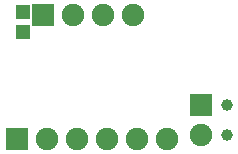
<source format=gbs>
G04 DipTrace 2.4.0.2*
%INSquishyDuino.gbs*%
%MOIN*%
%ADD24C,0.0394*%
%ADD35C,0.0748*%
%ADD37R,0.0748X0.0748*%
%ADD39R,0.0472X0.0512*%
%FSLAX44Y44*%
G04*
G70*
G90*
G75*
G01*
%LNBotMask*%
%LPD*%
D24*
X11599Y4609D3*
Y5609D3*
D37*
X4598Y4482D3*
D35*
X5598D3*
X6598D3*
X7598D3*
X8598D3*
X9598D3*
D37*
X10724Y5609D3*
D35*
Y4609D3*
D37*
X5473Y8607D3*
D35*
X6473D3*
X7473D3*
X8473D3*
D39*
X4786Y8732D3*
Y8063D3*
M02*

</source>
